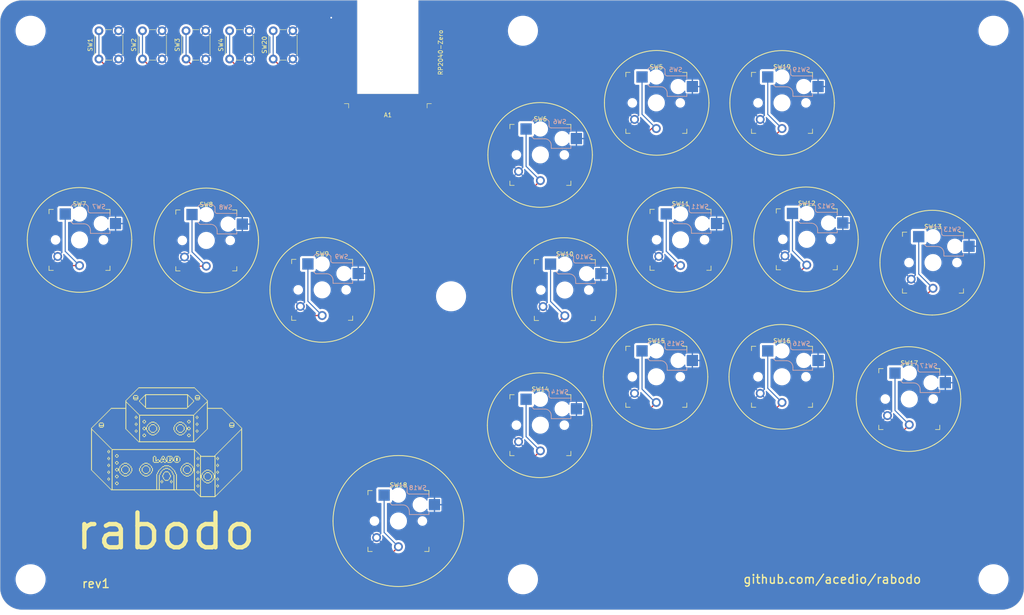
<source format=kicad_pcb>
(kicad_pcb (version 20221018) (generator pcbnew)
  (layers (0 "F.Cu" signal) (31 "B.Cu" signal) (34 "B.Paste" user) (35 "F.Paste" user) (36 "B.SilkS" user "B.Silkscreen") (37 "F.SilkS" user "F.Silkscreen") (38 "B.Mask" user) (39 "F.Mask" user) (44 "Edge.Cuts" user))
  (net 0 "")
  (net 1 "GND")
  (net 2 "LEFT")
  (net 3 "DOWN")
  (net 4 "RIGHT")
  (net 5 "UP")
  (net 6 "L1")
  (net 7 "R1")
  (net 8 "TRIANGLE")
  (net 9 "SQUARE")
  (net 10 "CIRCLE")
  (net 11 "CROSS")
  (net 12 "R2")
  (net 13 "L2")
  (net 14 "OPT1")
  (net 15 "OPT2")
  (net 16 "OPT3")
  (net 17 "OPT4")
  (net 18 "OPT5")
  (net 19 "TOUCH")
  (net 20 "L3")
  (net 21 "R3")
  (footprint "Kailh:Kailh_socket_PG1350_optional" (layer "F.Cu") (at 77.32 75.17)
    (fp_text reference "SW8")
    (fp_text value "SW_Push")
  )
  (footprint "Kailh:Kailh_socket_PG1350_optional" (layer "F.Cu") (at 103.92 86.52)
    (fp_text reference "SW9")
    (fp_text value "SW_Push")
  )
  (footprint "Kailh:Kailh_socket_PG1350_optional" (layer "F.Cu") (at 121.42 139.62)
    (fp_text reference "SW18")
    (fp_text value "SW_Push")
  )
  (footprint "Kailh:Kailh_socket_PG1350_optional" (layer "F.Cu") (at 159.61 86.56)
    (fp_text reference "SW10")
    (fp_text value "SW_Push")
  )
  (footprint "Kailh:Kailh_socket_PG1350_optional" (layer "F.Cu") (at 186.17 75.03)
    (fp_text reference "SW11")
    (fp_text value "SW_Push")
  )
  (footprint "Kailh:Kailh_socket_PG1350_optional" (layer "F.Cu") (at 215.14 74.91)
    (fp_text reference "SW12")
    (fp_text value "SW_Push")
  )
  (footprint "Kailh:Kailh_socket_PG1350_optional" (layer "F.Cu") (at 244.11 80.26)
    (fp_text reference "SW13")
    (fp_text value "SW_Push")
  )
  (footprint "Kailh:Kailh_socket_PG1350_optional" (layer "F.Cu") (at 154 117.6)
    (fp_text reference "SW14")
    (fp_text value "SW_Push")
  )
  (footprint "Kailh:Kailh_socket_PG1350_optional" (layer "F.Cu") (at 180.61 106.49)
    (fp_text reference "SW15")
    (fp_text value "SW_Push")
  )
  (footprint "Kailh:Kailh_socket_PG1350_optional" (layer "F.Cu") (at 209.46 106.49)
    (fp_text reference "SW16")
    (fp_text value "SW_Push")
  )
  (footprint "Kailh:Kailh_socket_PG1350_optional" (layer "F.Cu") (at 238.67 111.6)
    (fp_text reference "SW17")
    (fp_text value "SW_Push")
  )
  (footprint "MountingHole:MountingHole_6.4mm_M6" (layer "F.Cu") (at 37 27)
    (fp_text reference "H1" hide)
    (fp_text value "MountingHole")
  )
  (footprint "MountingHole:MountingHole_6.4mm_M6" (layer "F.Cu") (at 37 153)
    (fp_text reference "H4" hide)
    (fp_text value "MountingHole")
  )
  (footprint "MountingHole:MountingHole_6.4mm_M6" (layer "F.Cu") (at 258 153)
    (fp_text reference "H6" hide)
    (fp_text value "MountingHole")
  )
  (footprint "MountingHole:MountingHole_6.4mm_M6" (layer "F.Cu") (at 258 27)
    (fp_text reference "H3" hide)
    (fp_text value "MountingHole")
  )
  (footprint "Kailh:Kailh_socket_PG1350_optional" (layer "F.Cu") (at 48.225 75.05)
    (fp_text reference "SW7")
    (fp_text value "SW_Push")
  )
  (footprint "MountingHole:MountingHole_6.4mm_M6" (layer "F.Cu") (at 150 27)
    (fp_text reference "H2" hide)
    (fp_text value "MountingHole")
  )
  (footprint "Button_Switch_THT:SW_PUSH_6mm_H5mm" (layer "F.Cu") (at 82.68 33.5 90)
    (fp_text reference "SW4")
    (fp_text value "SW_Push")
  )
  (footprint "Button_Switch_THT:SW_PUSH_6mm_H5mm" (layer "F.Cu") (at 62.68 33.5 90)
    (fp_text reference "SW2")
    (fp_text value "SW_Push")
  )
  (footprint "Kailh:Kailh_socket_PG1350_optional" (layer "F.Cu") (at 180.61 43.57)
    (fp_text reference "SW5")
    (fp_text value "SW_Push")
  )
  (footprint "Button_Switch_THT:SW_PUSH_6mm_H5mm" (layer "F.Cu") (at 52.68 33.5 90)
    (fp_text reference "SW1")
    (fp_text value "SW_Push")
  )
  (footprint "Button_Switch_THT:SW_PUSH_6mm_H5mm" (layer "F.Cu") (at 72.68 33.5 90)
    (fp_text reference "SW3")
    (fp_text value "SW_Push")
  )
  (footprint "Kailh:Kailh_socket_PG1350_optional" (layer "F.Cu") (at 154 55.52)
    (fp_text reference "SW6")
    (fp_text value "SW_Push")
  )
  (footprint "MountingHole:MountingHole_6.4mm_M6" (layer "F.Cu") (at 133.5 88)
    (fp_text reference "H7" hide)
    (fp_text value "MountingHole")
  )
  (footprint "MountingHole:MountingHole_6.4mm_M6" (layer "F.Cu") (at 150 153)
    (fp_text reference "H5" hide)
    (fp_text value "MountingHole")
  )
  (footprint "RP2040-Zero:RP2040-Zero" (layer "F.Cu") (at 119 32)
    (fp_text reference "A1")
    (fp_text value "RP2040-Zero")
  )
  (footprint "Kailh:Kailh_socket_PG1350_optional" (layer "F.Cu") (at 209.46 43.57)
    (fp_text reference "SW19")
    (fp_text value "SW_Push")
  )
  (footprint "LOGO" (layer "F.Cu") (at 69 123)
    (fp_text reference "G***" hide)
    (fp_text value "LOGO" hide)
  )
  (footprint "Button_Switch_THT:SW_PUSH_6mm_H5mm" (layer "F.Cu") (at 92.68 33.5 90)
    (fp_text reference "SW20")
    (fp_text value "SW_Push")
  )
  (gr_curve (pts (xy 65.320345 75.17053) (xy 65.320345 70.873617) (xy 67.606529 66.903105) (xy 71.317714 64.754648)) (stroke (width 0.2)) (layer "F.SilkS"))
  (gr_curve (pts (xy 147.942729 45.111347) (xy 151.653914 42.96289) (xy 156.226282 42.96289) (xy 159.937467 45.111347)) (stroke (width 0.2)) (layer "F.SilkS"))
  (gr_curve (pts (xy 83.312452 64.754648) (xy 87.023636 66.903105) (xy 89.309821 70.873617) (xy 89.309821 75.17053)) (stroke (width 0.2)) (layer "F.SilkS"))
  (gr_curve (pts (xy 191.98674 85.459979) (xy 188.275555 87.608436) (xy 183.703187 87.608436) (xy 179.992002 85.459979)) (stroke (width 0.2)) (layer "F.SilkS"))
  (gr_curve (pts (xy 244.492107 101.194118) (xy 248.203292 103.342575) (xy 250.489476 107.313086) (xy 250.489476 111.61)) (stroke (width 0.2)) (layer "F.SilkS"))
  (gr_curve (pts (xy 244.492107 122.025882) (xy 240.780922 124.174338) (xy 236.208554 124.174338) (xy 232.497369 122.025882)) (stroke (width 0.2)) (layer "F.SilkS"))
  (gr_curve (pts (xy 113.913745 152.649412) (xy 109.271238 149.9618) (xy 106.411337 144.994889) (xy 106.411337 139.619665)) (stroke (width 0.2)) (layer "F.SilkS"))
  (gr_curve (pts (xy 215.283009 116.915882) (xy 211.571824 119.064338) (xy 206.999456 119.064338) (xy 203.288271 116.915882)) (stroke (width 0.2)) (layer "F.SilkS"))
  (gr_curve (pts (xy 203.288271 96.084118) (xy 206.999456 93.935661) (xy 211.571824 93.935661) (xy 215.283009 96.084118)) (stroke (width 0.2)) (layer "F.SilkS"))
  (gr_curve (pts (xy 250.489476 111.61) (xy 250.489476 115.906913) (xy 248.203292 119.877425) (xy 244.492107 122.025882)) (stroke (width 0.2)) (layer "F.SilkS"))
  (gr_curve (pts (xy 153.439763 96.993447) (xy 149.728578 94.84499) (xy 147.442394 90.874479) (xy 147.442394 86.577565)) (stroke (width 0.2)) (layer "F.SilkS"))
  (gr_curve (pts (xy 221.280378 106.5) (xy 221.280378 110.796913) (xy 218.994194 114.767425) (xy 215.283009 116.915882)) (stroke (width 0.2)) (layer "F.SilkS"))
  (gr_curve (pts (xy 147.942729 65.943111) (xy 144.231545 63.794654) (xy 141.945361 59.824142) (xy 141.945361 55.527229)) (stroke (width 0.2)) (layer "F.SilkS"))
  (gr_curve (pts (xy 220.959277 64.509955) (xy 224.670462 66.658411) (xy 226.956646 70.628923) (xy 226.956646 74.925837)) (stroke (width 0.2)) (layer "F.SilkS"))
  (gr_curve (pts (xy 232.497369 122.025882) (xy 228.786184 119.877425) (xy 226.5 115.906913) (xy 226.5 111.61)) (stroke (width 0.2)) (layer "F.SilkS"))
  (gr_curve (pts (xy 83.312452 85.586412) (xy 79.601267 87.734869) (xy 75.028899 87.734869) (xy 71.317714 85.586412)) (stroke (width 0.2)) (layer "F.SilkS"))
  (gr_curve (pts (xy 186.428731 116.915882) (xy 182.717546 119.064338) (xy 178.145178 119.064338) (xy 174.433993 116.915882)) (stroke (width 0.2)) (layer "F.SilkS"))
  (gr_curve (pts (xy 197.290902 106.5) (xy 197.290902 102.203086) (xy 199.577087 98.232575) (xy 203.288271 96.084118)) (stroke (width 0.2)) (layer "F.SilkS"))
  (gr_curve (pts (xy 197.486149 43.585181) (xy 197.486149 39.288267) (xy 199.772333 35.317756) (xy 203.483517 33.169299)) (stroke (width 0.2)) (layer "F.SilkS"))
  (gr_curve (pts (xy 128.918561 152.649412) (xy 124.276055 155.337024) (xy 118.556251 155.337024) (xy 113.913745 152.649412)) (stroke (width 0.2)) (layer "F.SilkS"))
  (gr_curve (pts (xy 179.992002 64.628215) (xy 183.703187 62.479759) (xy 188.275555 62.479759) (xy 191.98674 64.628215)) (stroke (width 0.2)) (layer "F.SilkS"))
  (gr_line (start 192.688072 43.566959) (end 192.688072 43.566959) (stroke (width 0.2)) (layer "F.SilkS"))
  (gr_curve (pts (xy 54.221646 64.636398) (xy 57.932831 66.784855) (xy 60.219015 70.755367) (xy 60.219015 75.05228)) (stroke (width 0.2)) (layer "F.SilkS"))
  (gr_curve (pts (xy 255.929177 80.272345) (xy 255.929176 86.914797) (xy 250.558949 92.299569) (xy 243.934439 92.299569)) (stroke (width 0.2)) (layer "F.SilkS"))
  (gr_curve (pts (xy 171.43187 86.577565) (xy 171.43187 90.874479) (xy 169.145686 94.84499) (xy 165.434501 96.993447)) (stroke (width 0.2)) (layer "F.SilkS"))
  (gr_curve (pts (xy 42.226909 64.636398) (xy 45.938093 62.487941) (xy 50.510462 62.487941) (xy 54.221646 64.636398)) (stroke (width 0.2)) (layer "F.SilkS"))
  (gr_curve (pts (xy 141.829187 117.616005) (xy 141.829187 113.319092) (xy 144.115372 109.34858) (xy 147.826556 107.200125)) (stroke (width 0.2)) (layer "F.SilkS"))
  (gr_curve (pts (xy 203.483517 54.001063) (xy 199.772333 51.852606) (xy 197.486149 47.882094) (xy 197.486149 43.585181)) (stroke (width 0.2)) (layer "F.SilkS"))
  (gr_curve (pts (xy 186.690703 53.982841) (xy 182.979518 56.131297) (xy 178.40715 56.131297) (xy 174.695965 53.982841)) (stroke (width 0.2)) (layer "F.SilkS"))
  (gr_curve (pts (xy 202.96717 74.925837) (xy 202.96717 70.628923) (xy 205.253354 66.658411) (xy 208.964539 64.509955)) (stroke (width 0.2)) (layer "F.SilkS"))
  (gr_curve (pts (xy 109.919904 96.938924) (xy 106.208719 99.08738) (xy 101.636351 99.08738) (xy 97.925166 96.938924)) (stroke (width 0.2)) (layer "F.SilkS"))
  (gr_curve (pts (xy 91.927798 86.523042) (xy 91.927798 82.226128) (xy 94.213982 78.255617) (xy 97.925166 76.10716)) (stroke (width 0.2)) (layer "F.SilkS"))
  (gr_curve (pts (xy 147.826556 107.200125) (xy 151.537741 105.051667) (xy 156.110109 105.051667) (xy 159.821294 107.200125)) (stroke (width 0.2)) (layer "F.SilkS"))
  (gr_curve (pts (xy 165.434501 76.161683) (xy 169.145686 78.31014) (xy 171.43187 82.280652) (xy 171.43187 86.577565)) (stroke (width 0.2)) (layer "F.SilkS"))
  (gr_curve (pts (xy 232.497369 101.194118) (xy 236.208554 99.045661) (xy 240.780922 99.045661) (xy 244.492107 101.194118)) (stroke (width 0.2)) (layer "F.SilkS"))
  (gr_line (start 165.818663 117.616005) (end 165.818663 117.616005) (stroke (width 0.2)) (layer "F.SilkS"))
  (gr_curve (pts (xy 192.4261 106.5) (xy 192.4261 110.796913) (xy 190.139916 114.767425) (xy 186.428731 116.915882)) (stroke (width 0.2)) (layer "F.SilkS"))
  (gr_curve (pts (xy 128.918561 126.589918) (xy 133.561067 129.277529) (xy 136.420969 134.244441) (xy 136.420969 139.619665)) (stroke (width 0.2)) (layer "F.SilkS"))
  (gr_curve (pts (xy 54.221646 85.468162) (xy 50.510462 87.616619) (xy 45.938093 87.616619) (xy 42.226909 85.468162)) (stroke (width 0.2)) (layer "F.SilkS"))
  (gr_curve (pts (xy 237.93707 69.856463) (xy 241.648255 67.708006) (xy 246.220623 67.708006) (xy 249.931808 69.856463)) (stroke (width 0.2)) (layer "F.SilkS"))
  (gr_curve (pts (xy 179.992002 85.459979) (xy 176.280818 83.311522) (xy 173.994634 79.341011) (xy 173.994634 75.044097)) (stroke (width 0.2)) (layer "F.SilkS"))
  (gr_curve (pts (xy 106.411337 139.619665) (xy 106.411337 134.244441) (xy 109.271238 129.277529) (xy 113.913745 126.589918)) (stroke (width 0.2)) (layer "F.SilkS"))
  (gr_curve (pts (xy 186.690703 33.151077) (xy 190.401888 35.299534) (xy 192.688072 39.270045) (xy 192.688072 43.566959)) (stroke (width 0.2)) (layer "F.SilkS"))
  (gr_curve (pts (xy 168.698597 43.566959) (xy 168.698597 39.270045) (xy 170.984781 35.299534) (xy 174.695965 33.151077)) (stroke (width 0.2)) (layer "F.SilkS"))
  (gr_curve (pts (xy 159.821294 107.200125) (xy 163.532479 109.34858) (xy 165.818663 113.319092) (xy 165.818663 117.616005)) (stroke (width 0.2)) (layer "F.SilkS"))
  (gr_curve (pts (xy 159.937467 65.943111) (xy 156.226282 68.091567) (xy 151.653914 68.091567) (xy 147.942729 65.943111)) (stroke (width 0.2)) (layer "F.SilkS"))
  (gr_curve (pts (xy 226.5 111.61) (xy 226.5 107.313086) (xy 228.786184 103.342575) (xy 232.497369 101.194118)) (stroke (width 0.2)) (layer "F.SilkS"))
  (gr_curve (pts (xy 174.695965 33.151077) (xy 178.40715 31.00262) (xy 182.979518 31.00262) (xy 186.690703 33.151077)) (stroke (width 0.2)) (layer "F.SilkS"))
  (gr_curve (pts (xy 174.433993 116.915882) (xy 170.722808 114.767425) (xy 168.436624 110.796913) (xy 168.436624 106.5)) (stroke (width 0.2)) (layer "F.SilkS"))
  (gr_curve (pts (xy 191.98674 64.628215) (xy 195.697925 66.776672) (xy 197.984109 70.747184) (xy 197.984109 75.044097)) (stroke (width 0.2)) (layer "F.SilkS"))
  (gr_curve (pts (xy 174.433993 96.084118) (xy 178.145178 93.935661) (xy 182.717546 93.935661) (xy 186.428731 96.084118)) (stroke (width 0.2)) (layer "F.SilkS"))
  (gr_curve (pts (xy 249.931808 69.856463) (xy 253.642993 72.00492) (xy 255.929177 75.975432) (xy 255.929177 80.272345)) (stroke (width 0.2)) (layer "F.SilkS"))
  (gr_curve (pts (xy 60.219015 75.05228) (xy 60.219015 79.349193) (xy 57.932831 83.319705) (xy 54.221646 85.468162)) (stroke (width 0.2)) (layer "F.SilkS"))
  (gr_curve (pts (xy 173.994634 75.044097) (xy 173.994634 70.747184) (xy 176.280818 66.776672) (xy 179.992002 64.628215)) (stroke (width 0.2)) (layer "F.SilkS"))
  (gr_line (start 60.219015 75.05228) (end 60.219015 75.05228) (stroke (width 0.2)) (layer "F.SilkS"))
  (gr_curve (pts (xy 97.925166 76.10716) (xy 101.636351 73.958703) (xy 106.208719 73.958703) (xy 109.919904 76.10716)) (stroke (width 0.2)) (layer "F.SilkS"))
  (gr_curve (pts (xy 136.420969 139.619665) (xy 136.420969 144.994889) (xy 133.561067 149.9618) (xy 128.918561 152.649412)) (stroke (width 0.2)) (layer "F.SilkS"))
  (gr_curve (pts (xy 215.478255 54.001063) (xy 211.76707 56.149519) (xy 207.194702 56.149519) (xy 203.483517 54.001063)) (stroke (width 0.2)) (layer "F.SilkS"))
  (gr_curve (pts (xy 168.436624 106.5) (xy 168.436624 102.203086) (xy 170.722808 98.232575) (xy 174.433993 96.084118)) (stroke (width 0.2)) (layer "F.SilkS"))
  (gr_curve (pts (xy 221.475624 43.585181) (xy 221.475624 47.882094) (xy 219.18944 51.852606) (xy 215.478255 54.001063)) (stroke (width 0.2)) (layer "F.SilkS"))
  (gr_curve (pts (xy 109.919904 76.10716) (xy 113.631089 78.255617) (xy 115.917273 82.226128) (xy 115.917273 86.523042)) (stroke (width 0.2)) (layer "F.SilkS"))
  (gr_curve (pts (xy 113.913745 126.589918) (xy 118.556251 123.902306) (xy 124.276055 123.902306) (xy 128.918561 126.589918)) (stroke (width 0.2)) (layer "F.SilkS"))
  (gr_curve (pts (xy 97.925166 96.938924) (xy 94.213982 94.790467) (xy 91.927798 90.819955) (xy 91.927798 86.523042)) (stroke (width 0.2)) (layer "F.SilkS"))
  (gr_curve (pts (xy 220.959277 85.341718) (xy 217.248092 87.490175) (xy 212.675724 87.490175) (xy 208.964539 85.341718)) (stroke (width 0.2)) (layer "F.SilkS"))
  (gr_curve (pts (xy 231.939701 80.272345) (xy 231.939701 75.975432) (xy 234.225885 72.00492) (xy 237.93707 69.856463)) (stroke (width 0.2)) (layer "F.SilkS"))
  (gr_curve (pts (xy 71.317714 85.586412) (xy 67.606529 83.437955) (xy 65.320345 79.467444) (xy 65.320345 75.17053)) (stroke (width 0.2)) (layer "F.SilkS"))
  (gr_curve (pts (xy 197.984109 75.044097) (xy 197.984109 79.341011) (xy 195.697925 83.311522) (xy 191.98674 85.459979)) (stroke (width 0.2)) (layer "F.SilkS"))
  (gr_curve (pts (xy 208.964539 85.341718) (xy 205.253354 83.193262) (xy 202.96717 79.22275) (xy 202.96717 74.925837)) (stroke (width 0.2)) (layer "F.SilkS"))
  (gr_curve (pts (xy 215.478255 33.169299) (xy 219.18944 35.317756) (xy 221.475624 39.288267) (xy 221.475624 43.585181)) (stroke (width 0.2)) (layer "F.SilkS"))
  (gr_line (start 221.475624 43.585181) (end 221.475624 43.585181) (stroke (width 0.2)) (layer "F.SilkS"))
  (gr_curve (pts (xy 147.826556 128.031887) (xy 144.115372 125.883431) (xy 141.829187 121.912919) (xy 141.829187 117.616005)) (stroke (width 0.2)) (layer "F.SilkS"))
  (gr_curve (pts (xy 71.317714 64.754648) (xy 75.028899 62.606192) (xy 79.601267 62.606192) (xy 83.312452 64.754648)) (stroke (width 0.2)) (layer "F.SilkS"))
  (gr_curve (pts (xy 147.442394 86.577565) (xy 147.442394 82.280652) (xy 149.728578 78.31014) (xy 153.439763 76.161683)) (stroke (width 0.2)) (layer "F.SilkS"))
  (gr_line (start 115.917273 86.523042) (end 115.917273 86.523042) (stroke (width 0.2)) (layer "F.SilkS"))
  (gr_curve (pts (xy 165.934836 55.527229) (xy 165.934836 59.824142) (xy 163.648652 63.794654) (xy 159.937467 65.943111)) (stroke (width 0.2)) (layer "F.SilkS"))
  (gr_line (start 89.309821 75.17053) (end 89.309821 75.17053) (stroke (width 0.2)) (layer "F.SilkS"))
  (gr_curve (pts (xy 159.821294 128.031887) (xy 156.110109 130.180344) (xy 151.537741 130.180344) (xy 147.826556 128.031887)) (stroke (width 0.2)) (layer "F.SilkS"))
  (gr_curve (pts (xy 165.818663 117.616005) (xy 165.818663 121.912919) (xy 163.532479 125.883431) (xy 159.821294 128.031887)) (stroke (width 0.2)) (layer "F.SilkS"))
  (gr_curve (pts (xy 141.945361 55.527229) (xy 141.945361 51.230315) (xy 144.231545 47.259804) (xy 147.942729 45.111347)) (stroke (width 0.2)) (layer "F.SilkS"))
  (gr_curve (pts (xy 89.309821 75.17053) (xy 89.309821 79.467444) (xy 87.023636 83.437955) (xy 83.312452 85.586412)) (stroke (width 0.2)) (layer "F.SilkS"))
  (gr_curve (pts (xy 203.288271 116.915882) (xy 199.577087 114.767425) (xy 197.290902 110.796913) (xy 197.290902 106.5)) (stroke (width 0.2)) (layer "F.SilkS"))
  (gr_curve (pts (xy 203.483517 33.169299) (xy 207.194702 31.020842) (xy 211.76707 31.020842) (xy 215.478255 33.169299)) (stroke (width 0.2)) (layer "F.SilkS"))
  (gr_curve (pts (xy 186.428731 96.084118) (xy 190.139916 98.232575) (xy 192.4261 102.203086) (xy 192.4261 106.5)) (stroke (width 0.2)) (layer "F.SilkS"))
  (gr_curve (pts (xy 174.695965 53.982841) (xy 170.984781 51.834384) (xy 168.698597 47.863872) (xy 168.698597 43.566959)) (stroke (width 0.2)) (layer "F.SilkS"))
  (gr_curve (pts (xy 159.937467 45.111347) (xy 163.648652 47.259804) (xy 165.934836 51.230315) (xy 165.934836 55.527229)) (stroke (width 0.2)) (layer "F.SilkS"))
  (gr_curve (pts (xy 42.226909 85.468162) (xy 38.515724 83.319705) (xy 36.22954 79.349193) (xy 36.22954 75.05228)) (stroke (width 0.2)) (layer "F.SilkS"))
  (gr_curve (pts (xy 36.22954 75.05228) (xy 36.22954 70.755367) (xy 38.515724 66.784855) (xy 42.226909 64.636398)) (stroke (width 0.2)) (layer "F.SilkS"))
  (gr_line (start 136.420969 139.619665) (end 136.420969 139.619665) (stroke (width 0.2)) (layer "F.SilkS"))
  (gr_curve (pts (xy 115.917273 86.523042) (xy 115.917273 90.819955) (xy 113.631089 94.790467) (xy 109.919904 96.938924)) (stroke (width 0.2)) (layer "F.SilkS"))
  (gr_curve (pts (xy 243.934439 92.299569) (xy 237.309929 92.299569) (xy 231.939702 86.914797) (xy 231.939701 80.272345)) (stroke (width 0.2)) (layer "F.SilkS"))
  (gr_curve (pts (xy 165.434501 96.993447) (xy 161.723316 99.141904) (xy 157.150948 99.141904) (xy 153.439763 96.993447)) (stroke (width 0.2)) (layer "F.SilkS"))
  (gr_curve (pts (xy 215.283009 96.084118) (xy 218.994194 98.232575) (xy 221.280378 102.203086) (xy 221.280378 106.5)) (stroke (width 0.2)) (layer "F.SilkS"))
  (gr_curve (pts (xy 192.688072 43.566959) (xy 192.688072 47.863872) (xy 190.401888 51.834384) (xy 186.690703 53.982841)) (stroke (width 0.2)) (layer "F.SilkS"))
  (gr_curve (pts (xy 208.964539 64.509955) (xy 212.675724 62.361498) (xy 217.248092 62.361498) (xy 220.959277 64.509955)) (stroke (width 0.2)) (layer "F.SilkS"))
  (gr_curve (pts (xy 226.956646 74.925837) (xy 226.956646 79.22275) (xy 224.670462 83.193262) (xy 220.959277 85.341718)) (stroke (width 0.2)) (layer "F.SilkS"))
  (gr_curve (pts (xy 153.439763 76.161683) (xy 157.150948 74.013227) (xy 161.723316 74.013227) (xy 165.434501 76.161683)) (stroke (width 0.2)) (layer "F.SilkS"))
  (gr_line (start 265 25) (end 265 155) (stroke (width 0.05)) (layer "Edge.Cuts"))
  (gr_line (start 260 160) (end 35 160) (stroke (width 0.05)) (layer "Edge.Cuts"))
  (gr_line (start 30 155) (end 30 25) (stroke (width 0.05)) (layer "Edge.Cuts"))
  (gr_line (start 35 20) (end 112 20) (stroke (width 0.05)) (layer "Edge.Cuts"))
  (gr_line (start 126 20) (end 260 20) (stroke (width 0.05)) (layer "Edge.Cuts"))
  (gr_line (start 112 20) (end 112 41.5) (stroke (width 0.05)) (layer "Edge.Cuts"))
  (gr_arc (start 30 25) (mid 31.464466 21.464466) (end 35 20) (stroke (width 0.05)) (layer "Edge.Cuts"))
  (gr_line (start 126 41.5) (end 126 20) (stroke (width 0.05)) (layer "Edge.Cuts"))
  (gr_arc (start 35 160) (mid 31.464466 158.535534) (end 30 155) (stroke (width 0.05)) (layer "Edge.Cuts"))
  (gr_arc (start 265 155) (mid 263.535534 158.535533) (end 260 160) (stroke (width 0.05)) (layer "Edge.Cuts"))
  (gr_arc (start 260 20) (mid 263.535533 21.464466) (end 265 25) (stroke (width 0.05)) (layer "Edge.Cuts"))
  (gr_line (start 112 41.5) (end 126 41.5) (stroke (width 0.05)) (layer "Edge.Cuts"))
  (gr_text "RP2040-Zero" (at 131.1 32 90) (layer "F.SilkS") (effects (font (size 1 1))))
  (gr_text "rev1" (at 52 154) (layer "F.SilkS") (effects (font (size 2 2) (thickness 0.3))))
  (gr_text "github.com/acedio/rabodo" (at 221 153) (layer "F.SilkS") (effects (font (size 2 2) (thickness 0.3))))
  (gr_text "rabodo" (at 68 142) (layer "F.SilkS") (effects (font (size 8 8) (thickness 1))))
  (segment (start 109.84 24.38) (end 106.38 24.38) (width 0.381) (layer "F.Cu") (net 1))
  (segment (start 106.38 24.38) (end 106 24) (width 0.381) (layer "F.Cu") (net 1))
  (via (at 106 24) (size 0.8) (drill 0.4) (layers "F.Cu" "B.Cu") (net 1))
  (segment (start 40.05 80.95) (end 48.225 80.95) (width 0.254) (layer "F.Cu") (net 2))
  (segment (start 121 100) (end 119 102) (width 0.254) (layer "F.Cu") (net 2))
  (segment (start 37 100) (end 37 84) (width 0.254) (layer "F.Cu") (net 2))
  (segment (start 119 102) (end 39 102) (width 0.254) (layer "F.Cu") (net 2))
  (segment (start 116.46 43.7) (end 116.46 62.46) (width 0.254) (layer "F.Cu") (net 2))
  (segment (start 121 67) (end 121 100) (width 0.254) (layer "F.Cu") (net 2))
  (segment (start 37 84) (end 40.05 80.95) (width 0.254) (layer "F.Cu") (net 2))
  (segment (start 116.46 62.46) (end 121 67) (width 0.254) (layer "F.Cu") (net 2))
  (segment (start 39 102) (end 37 100) (width 0.254) (layer "F.Cu") (net 2))
  (segment (start 48.225 80.95) (end 44.95 77.675) (width 0.254) (layer "B.Cu") (net 2))
  (segment (start 44.95 77.675) (end 44.95 69.1) (width 0.254) (layer "B.Cu") (net 2))
  (segment (start 67 99) (end 67 84) (width 0.254) (layer "F.Cu") (net 3))
  (segment (start 70 81) (end 70.07 81.07) (width 0.254) (layer "F.Cu") (net 3))
  (segment (start 113.92 43.7) (end 113.92 61.92) (width 0.254) (layer "F.Cu") (net 3))
  (segment (start 120 68) (end 120 99) (width 0.254) (layer "F.Cu") (net 3))
  (segment (start 113.92 61.92) (end 120 68) (width 0.254) (layer "F.Cu") (net 3))
  (segment (start 70.07 81.07) (end 77.32 81.07) (width 0.254) (layer "F.Cu") (net 3))
  (segment (start 69 101) (end 67 99) (width 0.254) (layer "F.Cu") (net 3))
  (segment (start 120 99) (end 118 101) (width 0.254) (layer "F.Cu") (net 3))
  (segment (start 67 84) (end 70 81) (width 0.254) (layer "F.Cu") (net 3))
  (segment (start 118 101) (end 69 101) (width 0.254) (layer "F.Cu") (net 3))
  (segment (start 74.045 69.22) (end 74.045 77.795) (width 0.254) (layer "B.Cu") (net 3))
  (segment (start 74.045 77.795) (end 77.32 81.07) (width 0.254) (layer "B.Cu") (net 3))
  (segment (start 110 60) (end 110 43) (width 0.254) (layer "F.Cu") (net 4))
  (segment (start 119 69) (end 110 60) (width 0.254) (layer "F.Cu") (net 4))
  (segment (start 110 43) (end 109.84 42.84) (width 0.254) (layer "F.Cu") (net 4))
  (segment (start 117 100) (end 119 98) (width 0.254) (layer "F.Cu") (net 4))
  (segment (start 96 100) (end 117 100) (width 0.254) (layer "F.Cu") (net 4))
  (segment (start 103.92 92.42) (end 96.58 92.42) (width 0.254) (layer "F.Cu") (net 4))
  (segment (start 119 98) (end 119 69) (width 0.254) (layer "F.Cu") (net 4))
  (segment (start 109.84 42.84) (end 109.84 42.16) (width 0.254) (layer "F.Cu") (net 4))
  (segment (start 94 98) (end 96 100) (width 0.254) (layer "F.Cu") (net 4))
  (segment (start 94 95) (end 94 98) (width 0.254) (layer "F.Cu") (net 4))
  (segment (start 96.58 92.42) (end 94 95) (width 0.254) (layer "F.Cu") (net 4))
  (segment (start 100.645 80.57) (end 100.645 89.145) (width 0.254) (layer "B.Cu") (net 4))
  (segment (start 100.645 89.145) (end 103.92 92.42) (width 0.254) (layer "B.Cu") (net 4))
  (segment (start 122 66) (end 122 101) (width 0.254) (layer "F.Cu") (net 5))
  (segment (start 102 106) (end 102 147) (width 0.254) (layer "F.Cu") (net 5))
  (segment (start 105 103) (end 102 106) (width 0.254) (layer "F.Cu") (net 5))
  (segment (start 120 103) (end 105 103) (width 0.254) (layer "F.Cu") (net 5))
  (segment (start 102 147) (end 107 152) (width 0.254) (layer "F.Cu") (net 5))
  (segment (start 120 147) (end 120 146.94) (width 0.254) (layer "F.Cu") (net 5))
  (segment (start 119 63) (end 122 66) (width 0.254) (layer "F.Cu") (net 5))
  (segment (start 119 43.7) (end 119 63) (width 0.254) (layer "F.Cu") (net 5))
  (segment (start 120 146.94) (end 121.42 145.52) (width 0.254) (layer "F.Cu") (net 5))
  (segment (start 107 152) (end 115 152) (width 0.254) (layer "F.Cu") (net 5))
  (segment (start 122 101) (end 120 103) (width 0.254) (layer "F.Cu") (net 5))
  (segment (start 115 152) (end 120 147) (width 0.254) (layer "F.Cu") (net 5))
  (segment (start 118.145 133.67) (end 118.145 142.245) (width 0.254) (layer "B.Cu") (net 5))
  (segment (start 118.145 142.245) (end 121.42 145.52) (width 0.254) (layer "B.Cu") (net 5))
  (segment (start 235 90) (end 240.27 90) (width 0.254) (layer "F.Cu") (net 6))
  (segment (start 128.16 21.84) (end 133.84 21.84) (width 0.254) (layer "F.Cu") (net 6))
  (segment (start 213 26) (end 230 43) (width 0.254) (layer "F.Cu") (net 6))
  (segment (start 230 85) (end 235 90) (width 0.254) (layer "F.Cu") (net 6))
  (segment (start 171 26) (end 213 26) (width 0.254) (layer "F.Cu") (net 6))
  (segment (start 146 34) (end 163 34) (width 0.254) (layer "F.Cu") (net 6))
  (segment (start 240.27 90) (end 244.11 86.16) (width 0.254) (layer "F.Cu") (net 6))
  (segment (start 163 34) (end 171 26) (width 0.254) (layer "F.Cu") (net 6))
  (segment (start 133.84 21.84) (end 146 34) (width 0.254) (layer "F.Cu") (net 6))
  (segment (start 230 43) (end 230 85) (width 0.254) (layer "F.Cu") (net 6))
  (segment (start 240.835 74.31) (end 240.835 82.885) (width 0.254) (layer "B.Cu") (net 6))
  (segment (start 240.835 82.885) (end 244.11 86.16) (width 0.254) (layer "B.Cu") (net 6))
  (segment (start 201 56) (end 201 80) (width 0.254) (layer "F.Cu") (net 7))
  (segment (start 187 29) (end 195 37) (width 0.254) (layer "F.Cu") (net 7))
  (segment (start 201 80) (end 205 84) (width 0.254) (layer "F.Cu") (net 7))
  (segment (start 143 37) (end 166 37) (width 0.254) (layer "F.Cu") (net 7))
  (segment (start 195 50) (end 201 56) (width 0.254) (layer "F.Cu") (net 7))
  (segment (start 135.46 29.46) (end 143 37) (width 0.254) (layer "F.Cu") (net 7))
  (segment (start 128.16 29.46) (end 135.46 29.46) (width 0.254) (layer "F.Cu") (net 7))
  (segment (start 211.95 84) (end 215.14 80.81) (width 0.254) (layer "F.Cu") (net 7))
  (segment (start 174 29) (end 187 29) (width 0.254) (layer "F.Cu") (net 7))
  (segment (start 166 37) (end 174 29) (width 0.254) (layer "F.Cu") (net 7))
  (segment (start 205 84) (end 211.95 84) (width 0.254) (layer "F.Cu") (net 7))
  (segment (start 195 37) (end 195 50) (width 0.254) (layer "F.Cu") (net 7))
  (segment (start 211.865 68.96) (end 211.865 77.535) (width 0.254) (layer "B.Cu") (net 7))
  (segment (start 211.865 77.535) (end 215.14 80.81) (width 0.254) (layer "B.Cu") (net 7))
  (segment (start 140 40) (end 158 40) (width 0.254) (layer "F.Cu") (net 8))
  (segment (start 128.16 37.08) (end 137.08 37.08) (width 0.254) (layer "F.Cu") (net 8))
  (segment (start 158 40) (end 173 55) (width 0.254) (layer "F.Cu") (net 8))
  (segment (start 182 84) (end 185.07 80.93) (width 0.254) (layer "F.Cu") (net 8))
  (segment (start 185.07 80.93) (end 186.17 80.93) (width 0.254) (layer "F.Cu") (net 8))
  (segment (start 137.08 37.08) (end 140 40) (width 0.254) (layer "F.Cu") (net 8))
  (segment (start 173 81) (end 176 84) (width 0.254) (layer "F.Cu") (net 8))
  (segment (start 176 84) (end 182 84) (width 0.254) (layer "F.Cu") (net 8))
  (segment (start 173 55) (end 173 81) (width 0.254) (layer "F.Cu") (net 8))
  (segment (start 182.895 77.655) (end 186.17 80.93) (width 0.254) (layer "B.Cu") (net 8))
  (segment (start 182.895 69.08) (end 182.895 77.655) (width 0.254) (layer "B.Cu") (net 8))
  (segment (start 159.61 92.46) (end 156.07 96) (width 0.254) (layer "F.Cu") (net 9))
  (segment (start 146 69) (end 124.08 47.08) (width 0.254) (layer "F.Cu") (net 9))
  (segment (start 124.08 47.08) (end 124.08 43.7) (width 0.254) (layer "F.Cu") (net 9))
  (segment (start 156.07 96) (end 149 96) (width 0.254) (layer "F.Cu") (net 9))
  (segment (start 146 93) (end 146 69) (width 0.254) (layer "F.Cu") (net 9))
  (segment (start 149 96) (end 146 93) (width 0.254) (layer "F.Cu") (net 9))
  (segment (start 156.335 89.185) (end 159.61 92.46) (width 0.254) (layer "B.Cu") (net 9))
  (segment (start 156.335 80.61) (end 156.335 89.185) (width 0.254) (layer "B.Cu") (net 9))
  (segment (start 172 95) (end 172 56) (width 0.254) (layer "F.Cu") (net 10))
  (segment (start 172 56) (end 157 41) (width 0.254) (layer "F.Cu") (net 10))
  (segment (start 167 113) (end 167 100) (width 0.254) (layer "F.Cu") (net 10))
  (segment (start 167 100) (end 172 95) (width 0.254) (layer "F.Cu") (net 10))
  (segment (start 171 117) (end 167 113) (width 0.254) (layer "F.Cu") (net 10))
  (segment (start 176 117) (end 171 117) (width 0.254) (layer "F.Cu") (net 10))
  (segment (start 180.61 112.39) (end 176 117) (width 0.254) (layer "F.Cu") (net 10))
  (segment (start 137.62 39.62) (end 128.16 39.62) (width 0.254) (layer "F.Cu") (net 10))
  (segment (start 139 41) (end 137.62 39.62) (width 0.254) (layer "F.Cu") (net 10))
  (segment (start 157 41) (end 139 41) (width 0.254) (layer "F.Cu") (net 10))
  (segment (start 177.335 100.54) (end 177.335 109.335) (width 0.254) (layer "B.Cu") (net 10))
  (segment (start 177.335 109.335) (end 180 112) (width 0.254) (layer "B.Cu") (net 10))
  (segment (start 121.54 43.7) (end 121.54 46.54) (width 0.254) (layer "F.Cu") (net 11))
  (segment (start 140 124) (end 144 128) (width 0.254) (layer "F.Cu") (net 11))
  (segment (start 144 128) (end 149.5 128) (width 0.254) (layer "F.Cu") (net 11))
  (segment (start 145 70) (end 145 107) (width 0.254) (layer "F.Cu") (net 11))
  (segment (start 145 107) (end 140 112) (width 0.254) (layer "F.Cu") (net 11))
  (segment (start 149.5 128) (end 154 123.5) (width 0.254) (layer "F.Cu") (net 11))
  (segment (start 140 112) (end 140 124) (width 0.254) (layer "F.Cu") (net 11))
  (segment (start 121.54 46.54) (end 145 70) (width 0.254) (layer "F.Cu") (net 11))
  (segment (start 150.725 111.65) (end 150.725 120.225) (width 0.254) (layer "B.Cu") (net 11))
  (segment (start 150.725 120.225) (end 154 123.5) (width 0.254) (layer "B.Cu") (net 11))
  (segment (start 186 30) (end 194 38) (width 0.254) (layer "F.Cu") (net 12))
  (segment (start 205 116.85) (end 209.46 112.39) (width 0.254) (layer "F.Cu") (net 12))
  (segment (start 142 38) (end 167 38) (width 0.254) (layer "F.Cu") (net 12))
  (segment (start 205 117) (end 205 116.85) (width 0.254) (layer "F.Cu") (net 12))
  (segment (start 196 101) (end 196 112) (width 0.254) (layer "F.Cu") (net 12))
  (segment (start 200 57) (end 200 97) (width 0.254) (layer "F.Cu") (net 12))
  (segment (start 201 117) (end 205 117) (width 0.254) (layer "F.Cu") (net 12))
  (segment (start 200 97) (end 196 101) (width 0.254) (layer "F.Cu") (net 12))
  (segment (start 196 112) (end 201 117) (width 0.254) (layer "F.Cu") (net 12))
  (segment (start 136 32) (end 142 38) (width 0.254) (layer "F.Cu") (net 12))
  (segment (start 194 38) (end 194 51) (width 0.254) (layer "F.Cu") (net 12))
  (segment (start 128.16 32) (end 136 32) (width 0.254) (layer "F.Cu") (net 12))
  (segment (start 167 38) (end 175 30) (width 0.254) (layer "F.Cu") (net 12))
  (segment (start 175 30) (end 186 30) (width 0.254) (layer "F.Cu") (net 12))
  (segment (start 194 51) (end 200 57) (width 0.254) (layer "F.Cu") (net 12))
  (segment (start 206.185 109.115) (end 209.46 112.39) (width 0.254) (layer "B.Cu") (net 12))
  (segment (start 206.185 100.54) (end 206.185 109.115) (width 0.254) (layer "B.Cu") (net 12))
  (segment (start 225 117) (end 230 122) (width 0.254) (layer "F.Cu") (net 13))
  (segment (start 234.17 122) (end 238.67 117.5) (width 0.254) (layer "F.Cu") (net 13))
  (segment (start 134.38 24.38) (end 145 35) (width 0.254) (layer "F.Cu") (net 13))
  (segment (start 229 102) (end 225 106) (width 0.254) (layer "F.Cu") (net 13))
  (segment (start 172 27) (end 212 27) (width 0.254) (layer "F.Cu") (net 13))
  (segment (start 230 122) (end 234.17 122) (width 0.254) (layer "F.Cu") (net 13))
  (segment (start 212 27) (end 229 44) (width 0.254) (layer "F.Cu") (net 13))
  (segment (start 128.16 24.38) (end 134.38 24.38) (width 0.254) (layer "F.Cu") (net 13))
  (segment (start 225 106) (end 225 117) (width 0.254) (layer "F.Cu") (net 13))
  (segment (start 164 35) (end 172 27) (width 0.254) (layer "F.Cu") (net 13))
  (segment (start 229 44) (end 229 102) (width 0.254) (layer "F.Cu") (net 13))
  (segment (start 145 35) (end 164 35) (width 0.254) (layer "F.Cu") (net 13))
  (segment (start 235.395 114.225) (end 238.67 117.5) (width 0.254) (layer "B.Cu") (net 13))
  (segment (start 235.395 105.65) (end 235.395 114.225) (width 0.254) (layer "B.Cu") (net 13))
  (segment (start 103.38 39.62) (end 109.84 39.62) (width 0.254) (layer "F.Cu") (net 14))
  (segment (start 102 41) (end 103.38 39.62) (width 0.254) (layer "F.Cu") (net 14))
  (segment (start 52.68 33.5) (end 60.18 41) (width 0.254) (layer "F.Cu") (net 14))
  (segment (start 60.18 41) (end 102 41) (width 0.254) (layer "F.Cu") (net 14))
  (segment (start 52.68 27) (end 52.68 33.5) (width 0.254) (layer "B.Cu") (net 14))
  (segment (start 103.92 37.08) (end 109.84 37.08) (width 0.254) (layer "F.Cu") (net 15))
  (segment (start 62.68 33.5) (end 69.18 40) (width 0.254) (layer "F.Cu") (net 15))
  (segment (start 101 40) (end 103.92 37.08) (width 0.254) (layer "F.Cu") (net 15))
  (segment (start 69.18 40) (end 101 40) (width 0.254) (layer "F.Cu") (net 15))
  (segment (start 62.68 27) (end 62.68 33.5) (width 0.254) (layer "B.Cu") (net 15))
  (segment (start 78.18 39) (end 100 39) (width 0.254) (layer "F.Cu") (net 16))
  (segment (start 100 39) (end 104.46 34.54) (width 0.254) (layer "F.Cu") (net 16))
  (segment (start 104.46 34.54) (end 109.84 34.54) (width 0.254) (layer "F.Cu") (net 16))
  (segment (start 72.68 33.5) (end 78.18 39) (width 0.254) (layer "F.Cu") (net 16))
  (segment (start 72.68 27) (end 72.68 33.5) (width 0.254) (layer "B.Cu") (net 16))
  (segment (start 82.68 33.5) (end 87.18 38) (width 0.254) (layer "F.Cu") (net 17))
  (segment (start 105 32) (end 109.84 32) (width 0.254) (layer "F.Cu") (net 17))
  (segment (start 87.18 38) (end 99 38) (width 0.254) (layer "F.Cu") (net 17))
  (segment (start 99 38) (end 105 32) (width 0.254) (layer "F.Cu") (net 17))
  (segment (start 82.68 27) (end 82.68 33.5) (width 0.254) (layer "B.Cu") (net 17))
  (segment (start 96.18 37) (end 98 37) (width 0.254) (layer "F.Cu") (net 18))
  (segment (start 98 37) (end 105.54 29.46) (width 0.254) (layer "F.Cu") (net 18))
  (segment (start 92.68 33.5) (end 96.18 37) (width 0.254) (layer "F.Cu") (net 18))
  (segment (start 105.54 29.46) (end 109.84 29.46) (width 0.254) (layer "F.Cu") (net 18))
  (segment (start 92.68 27) (end 92.68 33.5) (width 0.254) (layer "B.Cu") (net 18))
  (segment (start 150.42 65) (end 154 61.42) (width 0.254) (layer "F.Cu") (net 19))
  (segment (start 144 65) (end 150.42 65) (width 0.254) (layer "F.Cu") (net 19))
  (segment (start 128.16 42.16) (end 128.16 49.16) (width 0.254) (layer "F.Cu") (net 19))
  (segment (start 128.16 49.16) (end 144 65) (width 0.254) (layer "F.Cu") (net 19))
  (segment (start 150.725 58.145) (end 154 61.42) (width 0.254) (layer "B.Cu") (net 19))
  (segment (start 150.725 49.57) (end 150.725 58.145) (width 0.254) (layer "B.Cu") (net 19))
  (segment (start 188 28) (end 196 36) (width 0.254) (layer "F.Cu") (net 20))
  (segment (start 196 49) (end 200 53) (width 0.254) (layer "F.Cu") (net 20))
  (segment (start 200 53) (end 205.93 53) (width 0.254) (layer "F.Cu") (net 20))
  (segment (start 196 36) (end 196 49) (width 0.254) (layer "F.Cu") (net 20))
  (segment (start 128.16 26.92) (end 134.92 26.92) (width 0.254) (layer "F.Cu") (net 20))
  (segment (start 144 36) (end 165 36) (width 0.254) (layer "F.Cu") (net 20))
  (segment (start 165 36) (end 173 28) (width 0.254) (layer "F.Cu") (net 20))
  (segment (start 134.92 26.92) (end 144 36) (width 0.254) (layer "F.Cu") (net 20))
  (segment (start 205.93 53) (end 209.46 49.47) (width 0.254) (layer "F.Cu") (net 20))
  (segment (start 173 28) (end 188 28) (width 0.254) (layer "F.Cu") (net 20))
  (segment (start 206.185 46.195) (end 209.46 49.47) (width 0.254) (layer "B.Cu") (net 20))
  (segment (start 206.185 37.62) (end 206.185 46.195) (width 0.254) (layer "B.Cu") (net 20))
  (segment (start 159 39) (end 173 53) (width 0.254) (layer "F.Cu") (net 21))
  (segment (start 179.53 49.47) (end 180.61 49.47) (width 0.254) (layer "F.Cu") (net 21))
  (segment (start 141 39) (end 159 39) (width 0.254) (layer "F.Cu") (net 21))
  (segment (start 173 53) (end 176 53) (width 0.254) (layer "F.Cu") (net 21))
  (segment (start 176 53) (end 179.53 49.47) (width 0.254) (layer "F.Cu") (net 21))
  (segment (start 136.54 34.54) (end 141 39) (width 0.254) (layer "F.Cu") (net 21))
  (segment (start 128.16 34.54) (end 136.54 34.54) (width 0.254) (layer "F.Cu") (net 21))
  (segment (start 177.335 46.195) (end 180.61 49.47) (width 0.254) (layer "B.Cu") (net 21))
  (segment (start 177.335 37.62) (end 177.335 46.195) (width 0.254) (layer "B.Cu") (net 21))
  (zone (net 1) (net_name "GND") (layer "B.Cu") (connect_pads (clearance 0.508)) (min_thickness 0.254) (fill yes (thermal_gap 0.3) (thermal_bridge_width 0.3))
    (polygon (pts (xy 265 160) (xy 30 160) (xy 30 20) (xy 265 20)))
  )
)
</source>
